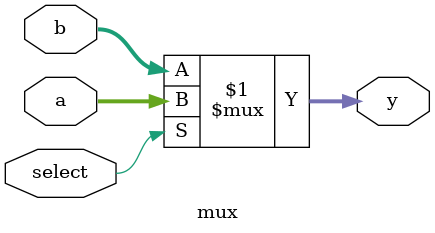
<source format=v>
module mux #(
        parameter SIZE = 32
    ) (
        input [SIZE - 1:0] a,
        input [SIZE - 1:0] b,
        input select,
        output wire [SIZE - 1:0] y
    );

    assign y = select ? a : b;
endmodule

</source>
